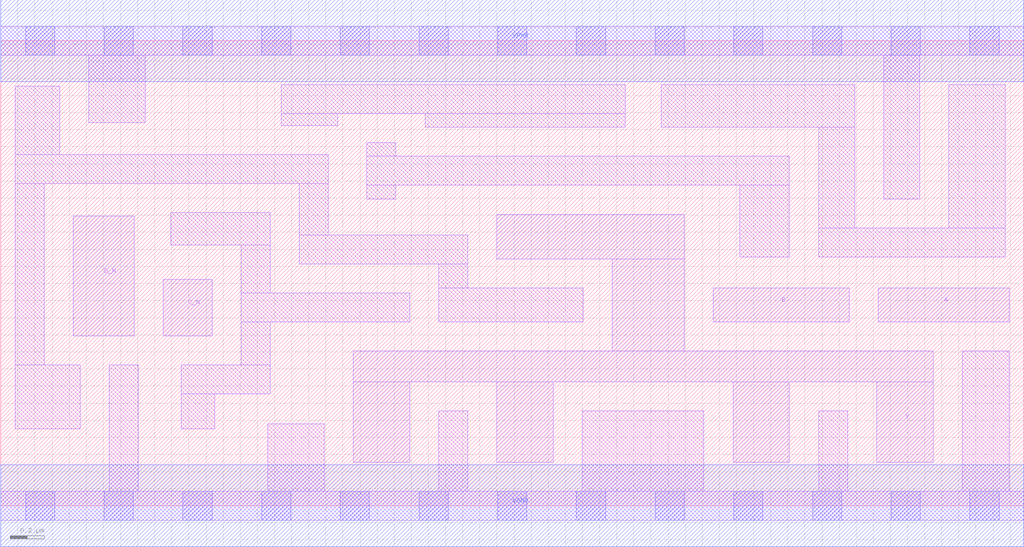
<source format=lef>
# Copyright 2020 The SkyWater PDK Authors
#
# Licensed under the Apache License, Version 2.0 (the "License");
# you may not use this file except in compliance with the License.
# You may obtain a copy of the License at
#
#     https://www.apache.org/licenses/LICENSE-2.0
#
# Unless required by applicable law or agreed to in writing, software
# distributed under the License is distributed on an "AS IS" BASIS,
# WITHOUT WARRANTIES OR CONDITIONS OF ANY KIND, either express or implied.
# See the License for the specific language governing permissions and
# limitations under the License.
#
# SPDX-License-Identifier: Apache-2.0

VERSION 5.7 ;
  NAMESCASESENSITIVE ON ;
  NOWIREEXTENSIONATPIN ON ;
  DIVIDERCHAR "/" ;
  BUSBITCHARS "[]" ;
UNITS
  DATABASE MICRONS 200 ;
END UNITS
MACRO sky130_fd_sc_hd__nor4bb_2
  CLASS CORE ;
  SOURCE USER ;
  FOREIGN sky130_fd_sc_hd__nor4bb_2 ;
  ORIGIN  0.000000  0.000000 ;
  SIZE  5.980000 BY  2.720000 ;
  SYMMETRY X Y R90 ;
  SITE unithd ;
  PIN A
    ANTENNAGATEAREA  0.495000 ;
    DIRECTION INPUT ;
    USE SIGNAL ;
    PORT
      LAYER li1 ;
        RECT 5.130000 1.075000 5.895000 1.275000 ;
    END
  END A
  PIN B
    ANTENNAGATEAREA  0.495000 ;
    DIRECTION INPUT ;
    USE SIGNAL ;
    PORT
      LAYER li1 ;
        RECT 4.165000 1.075000 4.960000 1.275000 ;
    END
  END B
  PIN C_N
    ANTENNAGATEAREA  0.126000 ;
    DIRECTION INPUT ;
    USE SIGNAL ;
    PORT
      LAYER li1 ;
        RECT 0.950000 0.995000 1.235000 1.325000 ;
    END
  END C_N
  PIN D_N
    ANTENNAGATEAREA  0.126000 ;
    DIRECTION INPUT ;
    USE SIGNAL ;
    PORT
      LAYER li1 ;
        RECT 0.425000 0.995000 0.780000 1.695000 ;
    END
  END D_N
  PIN Y
    ANTENNADIFFAREA  0.972000 ;
    DIRECTION OUTPUT ;
    USE SIGNAL ;
    PORT
      LAYER li1 ;
        RECT 2.060000 0.255000 2.390000 0.725000 ;
        RECT 2.060000 0.725000 5.450000 0.905000 ;
        RECT 2.900000 0.255000 3.230000 0.725000 ;
        RECT 2.900000 1.445000 3.995000 1.705000 ;
        RECT 3.575000 0.905000 3.995000 1.445000 ;
        RECT 4.280000 0.255000 4.610000 0.725000 ;
        RECT 5.120000 0.255000 5.450000 0.725000 ;
    END
  END Y
  PIN VGND
    DIRECTION INOUT ;
    SHAPE ABUTMENT ;
    USE GROUND ;
    PORT
      LAYER met1 ;
        RECT 0.000000 -0.240000 5.980000 0.240000 ;
    END
  END VGND
  PIN VPWR
    DIRECTION INOUT ;
    SHAPE ABUTMENT ;
    USE POWER ;
    PORT
      LAYER met1 ;
        RECT 0.000000 2.480000 5.980000 2.960000 ;
    END
  END VPWR
  OBS
    LAYER li1 ;
      RECT 0.000000 -0.085000 5.980000 0.085000 ;
      RECT 0.000000  2.635000 5.980000 2.805000 ;
      RECT 0.085000  0.450000 0.465000 0.825000 ;
      RECT 0.085000  0.825000 0.255000 1.885000 ;
      RECT 0.085000  1.885000 1.915000 2.055000 ;
      RECT 0.085000  2.055000 0.345000 2.455000 ;
      RECT 0.515000  2.240000 0.845000 2.635000 ;
      RECT 0.635000  0.085000 0.805000 0.825000 ;
      RECT 0.995000  1.525000 1.575000 1.715000 ;
      RECT 1.055000  0.450000 1.250000 0.655000 ;
      RECT 1.055000  0.655000 1.575000 0.825000 ;
      RECT 1.405000  0.825000 1.575000 1.075000 ;
      RECT 1.405000  1.075000 2.390000 1.245000 ;
      RECT 1.405000  1.245000 1.575000 1.525000 ;
      RECT 1.560000  0.085000 1.890000 0.480000 ;
      RECT 1.640000  2.225000 1.970000 2.295000 ;
      RECT 1.640000  2.295000 3.650000 2.465000 ;
      RECT 1.745000  1.415000 2.730000 1.585000 ;
      RECT 1.745000  1.585000 1.915000 1.885000 ;
      RECT 2.140000  1.795000 2.310000 1.875000 ;
      RECT 2.140000  1.875000 4.610000 2.045000 ;
      RECT 2.140000  2.045000 2.310000 2.125000 ;
      RECT 2.480000  2.215000 3.650000 2.295000 ;
      RECT 2.560000  0.085000 2.730000 0.555000 ;
      RECT 2.560000  1.075000 3.405000 1.275000 ;
      RECT 2.560000  1.275000 2.730000 1.415000 ;
      RECT 3.400000  0.085000 4.110000 0.555000 ;
      RECT 3.860000  2.215000 4.990000 2.465000 ;
      RECT 4.320000  1.455000 4.610000 1.875000 ;
      RECT 4.780000  0.085000 4.950000 0.555000 ;
      RECT 4.780000  1.455000 5.870000 1.625000 ;
      RECT 4.780000  1.625000 4.990000 2.215000 ;
      RECT 5.160000  1.795000 5.370000 2.635000 ;
      RECT 5.540000  1.625000 5.870000 2.465000 ;
      RECT 5.620000  0.085000 5.895000 0.905000 ;
    LAYER mcon ;
      RECT 0.145000 -0.085000 0.315000 0.085000 ;
      RECT 0.145000  2.635000 0.315000 2.805000 ;
      RECT 0.605000 -0.085000 0.775000 0.085000 ;
      RECT 0.605000  2.635000 0.775000 2.805000 ;
      RECT 1.065000 -0.085000 1.235000 0.085000 ;
      RECT 1.065000  2.635000 1.235000 2.805000 ;
      RECT 1.525000 -0.085000 1.695000 0.085000 ;
      RECT 1.525000  2.635000 1.695000 2.805000 ;
      RECT 1.985000 -0.085000 2.155000 0.085000 ;
      RECT 1.985000  2.635000 2.155000 2.805000 ;
      RECT 2.445000 -0.085000 2.615000 0.085000 ;
      RECT 2.445000  2.635000 2.615000 2.805000 ;
      RECT 2.905000 -0.085000 3.075000 0.085000 ;
      RECT 2.905000  2.635000 3.075000 2.805000 ;
      RECT 3.365000 -0.085000 3.535000 0.085000 ;
      RECT 3.365000  2.635000 3.535000 2.805000 ;
      RECT 3.825000 -0.085000 3.995000 0.085000 ;
      RECT 3.825000  2.635000 3.995000 2.805000 ;
      RECT 4.285000 -0.085000 4.455000 0.085000 ;
      RECT 4.285000  2.635000 4.455000 2.805000 ;
      RECT 4.745000 -0.085000 4.915000 0.085000 ;
      RECT 4.745000  2.635000 4.915000 2.805000 ;
      RECT 5.205000 -0.085000 5.375000 0.085000 ;
      RECT 5.205000  2.635000 5.375000 2.805000 ;
      RECT 5.665000 -0.085000 5.835000 0.085000 ;
      RECT 5.665000  2.635000 5.835000 2.805000 ;
  END
END sky130_fd_sc_hd__nor4bb_2
END LIBRARY

</source>
